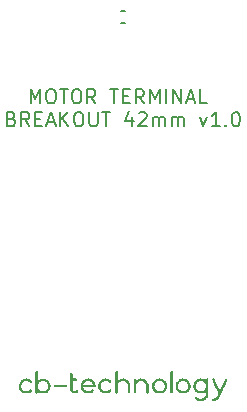
<source format=gbr>
%TF.GenerationSoftware,KiCad,Pcbnew,(6.0.0)*%
%TF.CreationDate,2022-07-31T21:28:17+12:00*%
%TF.ProjectId,MOTOR_TERMINAL_BREAKOUT_42,4d4f544f-525f-4544-9552-4d494e414c5f,0A*%
%TF.SameCoordinates,Original*%
%TF.FileFunction,Legend,Top*%
%TF.FilePolarity,Positive*%
%FSLAX46Y46*%
G04 Gerber Fmt 4.6, Leading zero omitted, Abs format (unit mm)*
G04 Created by KiCad (PCBNEW (6.0.0)) date 2022-07-31 21:28:17*
%MOMM*%
%LPD*%
G01*
G04 APERTURE LIST*
%ADD10C,0.200000*%
%ADD11C,0.150000*%
G04 APERTURE END LIST*
D10*
X212171428Y-137576857D02*
X212171428Y-136376857D01*
X212571428Y-137234000D01*
X212971428Y-136376857D01*
X212971428Y-137576857D01*
X213771428Y-136376857D02*
X214000000Y-136376857D01*
X214114285Y-136434000D01*
X214228571Y-136548285D01*
X214285714Y-136776857D01*
X214285714Y-137176857D01*
X214228571Y-137405428D01*
X214114285Y-137519714D01*
X214000000Y-137576857D01*
X213771428Y-137576857D01*
X213657142Y-137519714D01*
X213542857Y-137405428D01*
X213485714Y-137176857D01*
X213485714Y-136776857D01*
X213542857Y-136548285D01*
X213657142Y-136434000D01*
X213771428Y-136376857D01*
X214628571Y-136376857D02*
X215314285Y-136376857D01*
X214971428Y-137576857D02*
X214971428Y-136376857D01*
X215942857Y-136376857D02*
X216171428Y-136376857D01*
X216285714Y-136434000D01*
X216400000Y-136548285D01*
X216457142Y-136776857D01*
X216457142Y-137176857D01*
X216400000Y-137405428D01*
X216285714Y-137519714D01*
X216171428Y-137576857D01*
X215942857Y-137576857D01*
X215828571Y-137519714D01*
X215714285Y-137405428D01*
X215657142Y-137176857D01*
X215657142Y-136776857D01*
X215714285Y-136548285D01*
X215828571Y-136434000D01*
X215942857Y-136376857D01*
X217657142Y-137576857D02*
X217257142Y-137005428D01*
X216971428Y-137576857D02*
X216971428Y-136376857D01*
X217428571Y-136376857D01*
X217542857Y-136434000D01*
X217600000Y-136491142D01*
X217657142Y-136605428D01*
X217657142Y-136776857D01*
X217600000Y-136891142D01*
X217542857Y-136948285D01*
X217428571Y-137005428D01*
X216971428Y-137005428D01*
X218914285Y-136376857D02*
X219600000Y-136376857D01*
X219257142Y-137576857D02*
X219257142Y-136376857D01*
X220000000Y-136948285D02*
X220400000Y-136948285D01*
X220571428Y-137576857D02*
X220000000Y-137576857D01*
X220000000Y-136376857D01*
X220571428Y-136376857D01*
X221771428Y-137576857D02*
X221371428Y-137005428D01*
X221085714Y-137576857D02*
X221085714Y-136376857D01*
X221542857Y-136376857D01*
X221657142Y-136434000D01*
X221714285Y-136491142D01*
X221771428Y-136605428D01*
X221771428Y-136776857D01*
X221714285Y-136891142D01*
X221657142Y-136948285D01*
X221542857Y-137005428D01*
X221085714Y-137005428D01*
X222285714Y-137576857D02*
X222285714Y-136376857D01*
X222685714Y-137234000D01*
X223085714Y-136376857D01*
X223085714Y-137576857D01*
X223657142Y-137576857D02*
X223657142Y-136376857D01*
X224228571Y-137576857D02*
X224228571Y-136376857D01*
X224914285Y-137576857D01*
X224914285Y-136376857D01*
X225428571Y-137234000D02*
X226000000Y-137234000D01*
X225314285Y-137576857D02*
X225714285Y-136376857D01*
X226114285Y-137576857D01*
X227085714Y-137576857D02*
X226514285Y-137576857D01*
X226514285Y-136376857D01*
X210571428Y-138880285D02*
X210742857Y-138937428D01*
X210800000Y-138994571D01*
X210857142Y-139108857D01*
X210857142Y-139280285D01*
X210800000Y-139394571D01*
X210742857Y-139451714D01*
X210628571Y-139508857D01*
X210171428Y-139508857D01*
X210171428Y-138308857D01*
X210571428Y-138308857D01*
X210685714Y-138366000D01*
X210742857Y-138423142D01*
X210800000Y-138537428D01*
X210800000Y-138651714D01*
X210742857Y-138766000D01*
X210685714Y-138823142D01*
X210571428Y-138880285D01*
X210171428Y-138880285D01*
X212057142Y-139508857D02*
X211657142Y-138937428D01*
X211371428Y-139508857D02*
X211371428Y-138308857D01*
X211828571Y-138308857D01*
X211942857Y-138366000D01*
X212000000Y-138423142D01*
X212057142Y-138537428D01*
X212057142Y-138708857D01*
X212000000Y-138823142D01*
X211942857Y-138880285D01*
X211828571Y-138937428D01*
X211371428Y-138937428D01*
X212571428Y-138880285D02*
X212971428Y-138880285D01*
X213142857Y-139508857D02*
X212571428Y-139508857D01*
X212571428Y-138308857D01*
X213142857Y-138308857D01*
X213600000Y-139166000D02*
X214171428Y-139166000D01*
X213485714Y-139508857D02*
X213885714Y-138308857D01*
X214285714Y-139508857D01*
X214685714Y-139508857D02*
X214685714Y-138308857D01*
X215371428Y-139508857D02*
X214857142Y-138823142D01*
X215371428Y-138308857D02*
X214685714Y-138994571D01*
X216114285Y-138308857D02*
X216342857Y-138308857D01*
X216457142Y-138366000D01*
X216571428Y-138480285D01*
X216628571Y-138708857D01*
X216628571Y-139108857D01*
X216571428Y-139337428D01*
X216457142Y-139451714D01*
X216342857Y-139508857D01*
X216114285Y-139508857D01*
X216000000Y-139451714D01*
X215885714Y-139337428D01*
X215828571Y-139108857D01*
X215828571Y-138708857D01*
X215885714Y-138480285D01*
X216000000Y-138366000D01*
X216114285Y-138308857D01*
X217142857Y-138308857D02*
X217142857Y-139280285D01*
X217200000Y-139394571D01*
X217257142Y-139451714D01*
X217371428Y-139508857D01*
X217600000Y-139508857D01*
X217714285Y-139451714D01*
X217771428Y-139394571D01*
X217828571Y-139280285D01*
X217828571Y-138308857D01*
X218228571Y-138308857D02*
X218914285Y-138308857D01*
X218571428Y-139508857D02*
X218571428Y-138308857D01*
X220742857Y-138708857D02*
X220742857Y-139508857D01*
X220457142Y-138251714D02*
X220171428Y-139108857D01*
X220914285Y-139108857D01*
X221314285Y-138423142D02*
X221371428Y-138366000D01*
X221485714Y-138308857D01*
X221771428Y-138308857D01*
X221885714Y-138366000D01*
X221942857Y-138423142D01*
X222000000Y-138537428D01*
X222000000Y-138651714D01*
X221942857Y-138823142D01*
X221257142Y-139508857D01*
X222000000Y-139508857D01*
X222514285Y-139508857D02*
X222514285Y-138708857D01*
X222514285Y-138823142D02*
X222571428Y-138766000D01*
X222685714Y-138708857D01*
X222857142Y-138708857D01*
X222971428Y-138766000D01*
X223028571Y-138880285D01*
X223028571Y-139508857D01*
X223028571Y-138880285D02*
X223085714Y-138766000D01*
X223200000Y-138708857D01*
X223371428Y-138708857D01*
X223485714Y-138766000D01*
X223542857Y-138880285D01*
X223542857Y-139508857D01*
X224114285Y-139508857D02*
X224114285Y-138708857D01*
X224114285Y-138823142D02*
X224171428Y-138766000D01*
X224285714Y-138708857D01*
X224457142Y-138708857D01*
X224571428Y-138766000D01*
X224628571Y-138880285D01*
X224628571Y-139508857D01*
X224628571Y-138880285D02*
X224685714Y-138766000D01*
X224800000Y-138708857D01*
X224971428Y-138708857D01*
X225085714Y-138766000D01*
X225142857Y-138880285D01*
X225142857Y-139508857D01*
X226514285Y-138708857D02*
X226800000Y-139508857D01*
X227085714Y-138708857D01*
X228171428Y-139508857D02*
X227485714Y-139508857D01*
X227828571Y-139508857D02*
X227828571Y-138308857D01*
X227714285Y-138480285D01*
X227600000Y-138594571D01*
X227485714Y-138651714D01*
X228685714Y-139394571D02*
X228742857Y-139451714D01*
X228685714Y-139508857D01*
X228628571Y-139451714D01*
X228685714Y-139394571D01*
X228685714Y-139508857D01*
X229485714Y-138308857D02*
X229600000Y-138308857D01*
X229714285Y-138366000D01*
X229771428Y-138423142D01*
X229828571Y-138537428D01*
X229885714Y-138766000D01*
X229885714Y-139051714D01*
X229828571Y-139280285D01*
X229771428Y-139394571D01*
X229714285Y-139451714D01*
X229600000Y-139508857D01*
X229485714Y-139508857D01*
X229371428Y-139451714D01*
X229314285Y-139394571D01*
X229257142Y-139280285D01*
X229200000Y-139051714D01*
X229200000Y-138766000D01*
X229257142Y-138537428D01*
X229314285Y-138423142D01*
X229371428Y-138366000D01*
X229485714Y-138308857D01*
%TO.C,G\u002A\u002A\u002A*%
G36*
X214764438Y-161400269D02*
G01*
X214838505Y-161400311D01*
X214902417Y-161400404D01*
X214956979Y-161400566D01*
X215002997Y-161400816D01*
X215041275Y-161401171D01*
X215072618Y-161401650D01*
X215097831Y-161402272D01*
X215117720Y-161403055D01*
X215133089Y-161404018D01*
X215144743Y-161405178D01*
X215153487Y-161406554D01*
X215160127Y-161408165D01*
X215165466Y-161410028D01*
X215168728Y-161411432D01*
X215193042Y-161428209D01*
X215212942Y-161452729D01*
X215225485Y-161481061D01*
X215227372Y-161489715D01*
X215226602Y-161518824D01*
X215216492Y-161548034D01*
X215198938Y-161573967D01*
X215175839Y-161593245D01*
X215166640Y-161597859D01*
X215157022Y-161599421D01*
X215136757Y-161600827D01*
X215106945Y-161602076D01*
X215068686Y-161603170D01*
X215023083Y-161604108D01*
X214971235Y-161604890D01*
X214914245Y-161605518D01*
X214853212Y-161605991D01*
X214789239Y-161606309D01*
X214723426Y-161606473D01*
X214656875Y-161606483D01*
X214590685Y-161606340D01*
X214525959Y-161606043D01*
X214463798Y-161605593D01*
X214405302Y-161604991D01*
X214351572Y-161604236D01*
X214303710Y-161603328D01*
X214262816Y-161602269D01*
X214229992Y-161601058D01*
X214206339Y-161599696D01*
X214192957Y-161598182D01*
X214190884Y-161597609D01*
X214166786Y-161581290D01*
X214147423Y-161557152D01*
X214134709Y-161528671D01*
X214130561Y-161499324D01*
X214131450Y-161489715D01*
X214141212Y-161461005D01*
X214159214Y-161434929D01*
X214182513Y-161415418D01*
X214190094Y-161411432D01*
X214195013Y-161409389D01*
X214200690Y-161407610D01*
X214207931Y-161406078D01*
X214217540Y-161404775D01*
X214230324Y-161403681D01*
X214247086Y-161402780D01*
X214268631Y-161402052D01*
X214295765Y-161401478D01*
X214329293Y-161401042D01*
X214370020Y-161400723D01*
X214418750Y-161400504D01*
X214476288Y-161400367D01*
X214543441Y-161400292D01*
X214621012Y-161400263D01*
X214679411Y-161400259D01*
X214764438Y-161400269D01*
G37*
G36*
X218580782Y-160869283D02*
G01*
X218660529Y-160881345D01*
X218737717Y-160902956D01*
X218811065Y-160933903D01*
X218879291Y-160973975D01*
X218941116Y-161022960D01*
X218953924Y-161035101D01*
X218975882Y-161058030D01*
X218990033Y-161076617D01*
X218998162Y-161093336D01*
X218999762Y-161098617D01*
X219003476Y-161132849D01*
X218996893Y-161164035D01*
X218981288Y-161190496D01*
X218957934Y-161210554D01*
X218928107Y-161222532D01*
X218903612Y-161225210D01*
X218885389Y-161224449D01*
X218869959Y-161221309D01*
X218854721Y-161214504D01*
X218837073Y-161202751D01*
X218814415Y-161184762D01*
X218803810Y-161175907D01*
X218743981Y-161133163D01*
X218678223Y-161100576D01*
X218641176Y-161087494D01*
X218604798Y-161079471D01*
X218561178Y-161074776D01*
X218514373Y-161073457D01*
X218468437Y-161075562D01*
X218427428Y-161081141D01*
X218411764Y-161084769D01*
X218347668Y-161108147D01*
X218287699Y-161141762D01*
X218233330Y-161184393D01*
X218186029Y-161234817D01*
X218147268Y-161291812D01*
X218135197Y-161314706D01*
X218116390Y-161358201D01*
X218103887Y-161400121D01*
X218096802Y-161444543D01*
X218094250Y-161495540D01*
X218094204Y-161503471D01*
X218098421Y-161573099D01*
X218111702Y-161636111D01*
X218134697Y-161694084D01*
X218168055Y-161748594D01*
X218212427Y-161801216D01*
X218220352Y-161809325D01*
X218245848Y-161834194D01*
X218267078Y-161852668D01*
X218287446Y-161867273D01*
X218310357Y-161880535D01*
X218329411Y-161890213D01*
X218395546Y-161916478D01*
X218463540Y-161931696D01*
X218532145Y-161935961D01*
X218600114Y-161929368D01*
X218666199Y-161912011D01*
X218729153Y-161883985D01*
X218772625Y-161856692D01*
X218792119Y-161842134D01*
X218809160Y-161828322D01*
X218820217Y-161818125D01*
X218820588Y-161817719D01*
X218846053Y-161797673D01*
X218877114Y-161785910D01*
X218910463Y-161783028D01*
X218942791Y-161789623D01*
X218952582Y-161793935D01*
X218976963Y-161812511D01*
X218993823Y-161837974D01*
X219002535Y-161867682D01*
X219002473Y-161898988D01*
X218993011Y-161929248D01*
X218987071Y-161939546D01*
X218966364Y-161964431D01*
X218936560Y-161991466D01*
X218899782Y-162019261D01*
X218858153Y-162046424D01*
X218813794Y-162071567D01*
X218768829Y-162093299D01*
X218727524Y-162109506D01*
X218668568Y-162125426D01*
X218603001Y-162135943D01*
X218534804Y-162140770D01*
X218467957Y-162139621D01*
X218407847Y-162132467D01*
X218337745Y-162115275D01*
X218268628Y-162088931D01*
X218234108Y-162072340D01*
X218188315Y-162046640D01*
X218146634Y-162017949D01*
X218105992Y-161983897D01*
X218063315Y-161942110D01*
X218057680Y-161936221D01*
X218003589Y-161872311D01*
X217960372Y-161805349D01*
X217927246Y-161733850D01*
X217903425Y-161656326D01*
X217898721Y-161635294D01*
X217892739Y-161594899D01*
X217889515Y-161547084D01*
X217888966Y-161495370D01*
X217891006Y-161443275D01*
X217895551Y-161394319D01*
X217902517Y-161352023D01*
X217905833Y-161338236D01*
X217920022Y-161294805D01*
X217939785Y-161247054D01*
X217963005Y-161199568D01*
X217987565Y-161156928D01*
X217994491Y-161146338D01*
X218029087Y-161101587D01*
X218071912Y-161056360D01*
X218120222Y-161012972D01*
X218171272Y-160973737D01*
X218222318Y-160940973D01*
X218261820Y-160920748D01*
X218338994Y-160892501D01*
X218418733Y-160874649D01*
X218499756Y-160866980D01*
X218580782Y-160869283D01*
G37*
G36*
X225963312Y-161331314D02*
G01*
X225990617Y-161251928D01*
X226028423Y-161177451D01*
X226076485Y-161108352D01*
X226134560Y-161045098D01*
X226202406Y-160988158D01*
X226212803Y-160980622D01*
X226282865Y-160937729D01*
X226357483Y-160904925D01*
X226435422Y-160882183D01*
X226515444Y-160869477D01*
X226596315Y-160866779D01*
X226676798Y-160874062D01*
X226755659Y-160891300D01*
X226831660Y-160918466D01*
X226903566Y-160955533D01*
X226963235Y-160996921D01*
X227011764Y-161035324D01*
X227011764Y-160991002D01*
X227013589Y-160956179D01*
X227019808Y-160929617D01*
X227031537Y-160908279D01*
X227048875Y-160890012D01*
X227076387Y-160873262D01*
X227107970Y-160866124D01*
X227140005Y-160869338D01*
X227144064Y-160870571D01*
X227169074Y-160883921D01*
X227191431Y-160904854D01*
X227207490Y-160929566D01*
X227211773Y-160941209D01*
X227212893Y-160950087D01*
X227213863Y-160968019D01*
X227214685Y-160995272D01*
X227215360Y-161032114D01*
X227215891Y-161078810D01*
X227216278Y-161135628D01*
X227216524Y-161202834D01*
X227216631Y-161280697D01*
X227216600Y-161369483D01*
X227216433Y-161469459D01*
X227216131Y-161580891D01*
X227216074Y-161598604D01*
X227215752Y-161701015D01*
X227215462Y-161792390D01*
X227215165Y-161873458D01*
X227214822Y-161944948D01*
X227214392Y-162007587D01*
X227213837Y-162062105D01*
X227213117Y-162109230D01*
X227212192Y-162149691D01*
X227211022Y-162184215D01*
X227209568Y-162213533D01*
X227207791Y-162238373D01*
X227205650Y-162259462D01*
X227203105Y-162277530D01*
X227200119Y-162293306D01*
X227196649Y-162307517D01*
X227192658Y-162320893D01*
X227188105Y-162334162D01*
X227182951Y-162348053D01*
X227177156Y-162363294D01*
X227174031Y-162371584D01*
X227144004Y-162437840D01*
X227104485Y-162500858D01*
X227054521Y-162562073D01*
X227032352Y-162585410D01*
X226992160Y-162624236D01*
X226954953Y-162655569D01*
X226917383Y-162681832D01*
X226876099Y-162705443D01*
X226844838Y-162720917D01*
X226806023Y-162738312D01*
X226771177Y-162751452D01*
X226737395Y-162760947D01*
X226701774Y-162767406D01*
X226661408Y-162771440D01*
X226613394Y-162773657D01*
X226591176Y-162774176D01*
X226544119Y-162774649D01*
X226506985Y-162774037D01*
X226477973Y-162772259D01*
X226455284Y-162769236D01*
X226447976Y-162767750D01*
X226364023Y-162743738D01*
X226287606Y-162711107D01*
X226217819Y-162669433D01*
X226183781Y-162643993D01*
X226153878Y-162619297D01*
X226132313Y-162599287D01*
X226117763Y-162581936D01*
X226108905Y-162565216D01*
X226104419Y-162547098D01*
X226102980Y-162525553D01*
X226102941Y-162520007D01*
X226104958Y-162488733D01*
X226112093Y-162465803D01*
X226125971Y-162448331D01*
X226148214Y-162433428D01*
X226153061Y-162430883D01*
X226182793Y-162419996D01*
X226211448Y-162419005D01*
X226240538Y-162428238D01*
X226271572Y-162448026D01*
X226285889Y-162459861D01*
X226331807Y-162496371D01*
X226377176Y-162524329D01*
X226425863Y-162546086D01*
X226430669Y-162547867D01*
X226495087Y-162565383D01*
X226562450Y-162572629D01*
X226630505Y-162569750D01*
X226697001Y-162556892D01*
X226759684Y-162534199D01*
X226777221Y-162525593D01*
X226835120Y-162488793D01*
X226886860Y-162442825D01*
X226931242Y-162389191D01*
X226967065Y-162329390D01*
X226993131Y-162264924D01*
X226997509Y-162250000D01*
X227000238Y-162235333D01*
X227002880Y-162212728D01*
X227005351Y-162184151D01*
X227007570Y-162151568D01*
X227009452Y-162116946D01*
X227010916Y-162082250D01*
X227011878Y-162049447D01*
X227012255Y-162020501D01*
X227011965Y-161997379D01*
X227010925Y-161982047D01*
X227009051Y-161976471D01*
X227009042Y-161976471D01*
X227002784Y-161980069D01*
X226990512Y-161989479D01*
X226975676Y-162001982D01*
X226927634Y-162038258D01*
X226871156Y-162071207D01*
X226809445Y-162099221D01*
X226745706Y-162120690D01*
X226732352Y-162124219D01*
X226694554Y-162131460D01*
X226649103Y-162136668D01*
X226599965Y-162139663D01*
X226551107Y-162140265D01*
X226506494Y-162138293D01*
X226481875Y-162135580D01*
X226399393Y-162117822D01*
X226321367Y-162089279D01*
X226247631Y-162049863D01*
X226178019Y-161999486D01*
X226114409Y-161940200D01*
X226058887Y-161875036D01*
X226014418Y-161806664D01*
X225980715Y-161734359D01*
X225957491Y-161657396D01*
X225944458Y-161575050D01*
X225941176Y-161502942D01*
X225941210Y-161502412D01*
X226147160Y-161502412D01*
X226150080Y-161561746D01*
X226159066Y-161614053D01*
X226174788Y-161662760D01*
X226181720Y-161678960D01*
X226216422Y-161741714D01*
X226259954Y-161797245D01*
X226311369Y-161844756D01*
X226369720Y-161883450D01*
X226434060Y-161912529D01*
X226473529Y-161924619D01*
X226514385Y-161931667D01*
X226561980Y-161934427D01*
X226612160Y-161933061D01*
X226660774Y-161927733D01*
X226703669Y-161918605D01*
X226714705Y-161915182D01*
X226777137Y-161888035D01*
X226834935Y-161850390D01*
X226888654Y-161801886D01*
X226889452Y-161801052D01*
X226934859Y-161746228D01*
X226969220Y-161688004D01*
X226993019Y-161625324D01*
X227006737Y-161557131D01*
X227008507Y-161540666D01*
X227009010Y-161473121D01*
X226998657Y-161406908D01*
X226978251Y-161343284D01*
X226948597Y-161283507D01*
X226910497Y-161228834D01*
X226864757Y-161180523D01*
X226812179Y-161139832D01*
X226753568Y-161108017D01*
X226724717Y-161096680D01*
X226655592Y-161078608D01*
X226586162Y-161071879D01*
X226517565Y-161076162D01*
X226450939Y-161091124D01*
X226387420Y-161116433D01*
X226328147Y-161151756D01*
X226274257Y-161196760D01*
X226235775Y-161239526D01*
X226197449Y-161296923D01*
X226169956Y-161358748D01*
X226153224Y-161425209D01*
X226147184Y-161496517D01*
X226147160Y-161502412D01*
X225941210Y-161502412D01*
X225946751Y-161415141D01*
X225963312Y-161331314D01*
G37*
G36*
X211923464Y-160875761D02*
G01*
X212007844Y-160896282D01*
X212037091Y-160906136D01*
X212076834Y-160922740D01*
X212117932Y-160943842D01*
X212158469Y-160968091D01*
X212196531Y-160994137D01*
X212230202Y-161020632D01*
X212257568Y-161046223D01*
X212276715Y-161069562D01*
X212282094Y-161078879D01*
X212292124Y-161111123D01*
X212291937Y-161142429D01*
X212282818Y-161171121D01*
X212266049Y-161195523D01*
X212242914Y-161213959D01*
X212214698Y-161224754D01*
X212182682Y-161226231D01*
X212170777Y-161224227D01*
X212158855Y-161221299D01*
X212148844Y-161217694D01*
X212138553Y-161212008D01*
X212125790Y-161202836D01*
X212108366Y-161188775D01*
X212085317Y-161169456D01*
X212035439Y-161133700D01*
X211979648Y-161104559D01*
X211923529Y-161084693D01*
X211890790Y-161078568D01*
X211850705Y-161075006D01*
X211807303Y-161074019D01*
X211764612Y-161075617D01*
X211726662Y-161079811D01*
X211705882Y-161084083D01*
X211640458Y-161107320D01*
X211579693Y-161140790D01*
X211524831Y-161183469D01*
X211477115Y-161234331D01*
X211437790Y-161292351D01*
X211425969Y-161314706D01*
X211404258Y-161365479D01*
X211390516Y-161414856D01*
X211383973Y-161466710D01*
X211383860Y-161524918D01*
X211383932Y-161526471D01*
X211391422Y-161594261D01*
X211407612Y-161655311D01*
X211433296Y-161711414D01*
X211469268Y-161764367D01*
X211508823Y-161808536D01*
X211560102Y-161854035D01*
X211613242Y-161888564D01*
X211669974Y-161912883D01*
X211732032Y-161927751D01*
X211794117Y-161933690D01*
X211839852Y-161934229D01*
X211877823Y-161931694D01*
X211905882Y-161927138D01*
X211950784Y-161913931D01*
X211998599Y-161893278D01*
X212045301Y-161867235D01*
X212086866Y-161837857D01*
X212096428Y-161829844D01*
X212124801Y-161806938D01*
X212148907Y-161792275D01*
X212171528Y-161784683D01*
X212195448Y-161782985D01*
X212205816Y-161783676D01*
X212238106Y-161792111D01*
X212264083Y-161810124D01*
X212282552Y-161836878D01*
X212282909Y-161837654D01*
X212292249Y-161866067D01*
X212293360Y-161893318D01*
X212285746Y-161920219D01*
X212268915Y-161947583D01*
X212242372Y-161976222D01*
X212205622Y-162006946D01*
X212160283Y-162039157D01*
X212094653Y-162077089D01*
X212023167Y-162107530D01*
X211967647Y-162124436D01*
X211933994Y-162130759D01*
X211892205Y-162135402D01*
X211845806Y-162138254D01*
X211798320Y-162139208D01*
X211753271Y-162138154D01*
X211714183Y-162134984D01*
X211698948Y-162132745D01*
X211617737Y-162112488D01*
X211540106Y-162081202D01*
X211466724Y-162039256D01*
X211398261Y-161987018D01*
X211349255Y-161939948D01*
X211293522Y-161873474D01*
X211248875Y-161803486D01*
X211215151Y-161729541D01*
X211192188Y-161651199D01*
X211179825Y-161568018D01*
X211177899Y-161479558D01*
X211178111Y-161474100D01*
X211185628Y-161393499D01*
X211201470Y-161319754D01*
X211226258Y-161250831D01*
X211260614Y-161184693D01*
X211272092Y-161166303D01*
X211324663Y-161095247D01*
X211384169Y-161033210D01*
X211449758Y-160980481D01*
X211520582Y-160937349D01*
X211595790Y-160904103D01*
X211674532Y-160881032D01*
X211755959Y-160868425D01*
X211839219Y-160866572D01*
X211923464Y-160875761D01*
G37*
G36*
X227671680Y-160868686D02*
G01*
X227699179Y-160878703D01*
X227723489Y-160898057D01*
X227730511Y-160906654D01*
X227735059Y-160914860D01*
X227744086Y-160932986D01*
X227757220Y-160960233D01*
X227774089Y-160995804D01*
X227794320Y-161038900D01*
X227817542Y-161088722D01*
X227843382Y-161144474D01*
X227871469Y-161205356D01*
X227901430Y-161270570D01*
X227932894Y-161339318D01*
X227964587Y-161408824D01*
X227996861Y-161479720D01*
X228027732Y-161547513D01*
X228056855Y-161611442D01*
X228083882Y-161670750D01*
X228108467Y-161724678D01*
X228130266Y-161772467D01*
X228148931Y-161813358D01*
X228164117Y-161846594D01*
X228175478Y-161871415D01*
X228182667Y-161887063D01*
X228185339Y-161892779D01*
X228185344Y-161892788D01*
X228187902Y-161887797D01*
X228194985Y-161872843D01*
X228206252Y-161848672D01*
X228221359Y-161816033D01*
X228239963Y-161775670D01*
X228261721Y-161728332D01*
X228286289Y-161674763D01*
X228313325Y-161615713D01*
X228342485Y-161551926D01*
X228373426Y-161484150D01*
X228405805Y-161413131D01*
X228409454Y-161405123D01*
X228450647Y-161314836D01*
X228487289Y-161234824D01*
X228519606Y-161164611D01*
X228547825Y-161103721D01*
X228572171Y-161051677D01*
X228592872Y-161008003D01*
X228610154Y-160972224D01*
X228624243Y-160943863D01*
X228635367Y-160922444D01*
X228643750Y-160907491D01*
X228649620Y-160898528D01*
X228651428Y-160896397D01*
X228678295Y-160876775D01*
X228708861Y-160867431D01*
X228740696Y-160868607D01*
X228771367Y-160880544D01*
X228776742Y-160883967D01*
X228800178Y-160903258D01*
X228813895Y-160924131D01*
X228819773Y-160950148D01*
X228820356Y-160966608D01*
X228820210Y-160972049D01*
X228819676Y-160977825D01*
X228818511Y-160984498D01*
X228816469Y-160992633D01*
X228813305Y-161002792D01*
X228808774Y-161015538D01*
X228802631Y-161031435D01*
X228794630Y-161051047D01*
X228784528Y-161074936D01*
X228772078Y-161103666D01*
X228757037Y-161137801D01*
X228739158Y-161177903D01*
X228718196Y-161224536D01*
X228693908Y-161278263D01*
X228666046Y-161339648D01*
X228634368Y-161409254D01*
X228598627Y-161487643D01*
X228558578Y-161575381D01*
X228513977Y-161673029D01*
X228494937Y-161714706D01*
X228455060Y-161801902D01*
X228416239Y-161886623D01*
X228378784Y-161968201D01*
X228343005Y-162045967D01*
X228309212Y-162119253D01*
X228277714Y-162187391D01*
X228248823Y-162249711D01*
X228222848Y-162305545D01*
X228200100Y-162354225D01*
X228180888Y-162395082D01*
X228165523Y-162427446D01*
X228154314Y-162450651D01*
X228147573Y-162464026D01*
X228146427Y-162466091D01*
X228099659Y-162534675D01*
X228044818Y-162596076D01*
X227983032Y-162649628D01*
X227915433Y-162694664D01*
X227843152Y-162730515D01*
X227767320Y-162756516D01*
X227689066Y-162771999D01*
X227620483Y-162776394D01*
X227592644Y-162776147D01*
X227573500Y-162774952D01*
X227559989Y-162772260D01*
X227549048Y-162767520D01*
X227540229Y-162761980D01*
X227516818Y-162739546D01*
X227501858Y-162711381D01*
X227495888Y-162680226D01*
X227499448Y-162648816D01*
X227512418Y-162620840D01*
X227527032Y-162603438D01*
X227544947Y-162590626D01*
X227568409Y-162581451D01*
X227599667Y-162574962D01*
X227629411Y-162571303D01*
X227675467Y-162565475D01*
X227714016Y-162557509D01*
X227749280Y-162546199D01*
X227785480Y-162530342D01*
X227801709Y-162522176D01*
X227840208Y-162498430D01*
X227879751Y-162467436D01*
X227916719Y-162432430D01*
X227947488Y-162396648D01*
X227956683Y-162383700D01*
X227964794Y-162369938D01*
X227976073Y-162348696D01*
X227989604Y-162321920D01*
X228004470Y-162291556D01*
X228019756Y-162259550D01*
X228034546Y-162227846D01*
X228047925Y-162198391D01*
X228058976Y-162173129D01*
X228066784Y-162154006D01*
X228070433Y-162142968D01*
X228070588Y-162141724D01*
X228068191Y-162135638D01*
X228061214Y-162119560D01*
X228049974Y-162094194D01*
X228034790Y-162060245D01*
X228015980Y-162018416D01*
X227993862Y-161969411D01*
X227968755Y-161913935D01*
X227940977Y-161852692D01*
X227910845Y-161786386D01*
X227878679Y-161715721D01*
X227844796Y-161641402D01*
X227810501Y-161566289D01*
X227768853Y-161475097D01*
X227731851Y-161393971D01*
X227699224Y-161322291D01*
X227670704Y-161259434D01*
X227646020Y-161204778D01*
X227624903Y-161157703D01*
X227607081Y-161117585D01*
X227592287Y-161083803D01*
X227580249Y-161055737D01*
X227570697Y-161032762D01*
X227563363Y-161014259D01*
X227557976Y-160999606D01*
X227554265Y-160988179D01*
X227551962Y-160979359D01*
X227550796Y-160972523D01*
X227550497Y-160967311D01*
X227555590Y-160935309D01*
X227569362Y-160908644D01*
X227589835Y-160887983D01*
X227615031Y-160873992D01*
X227642972Y-160867338D01*
X227671680Y-160868686D01*
G37*
G36*
X215646540Y-160364163D02*
G01*
X215674615Y-160379725D01*
X215696148Y-160404827D01*
X215699982Y-160411731D01*
X215703060Y-160418307D01*
X215705551Y-160425571D01*
X215707517Y-160434772D01*
X215709019Y-160447161D01*
X215710119Y-160463987D01*
X215710880Y-160486500D01*
X215711363Y-160515950D01*
X215711630Y-160553588D01*
X215711743Y-160600663D01*
X215711764Y-160649766D01*
X215711764Y-160864706D01*
X215860294Y-160864835D01*
X215911077Y-160865041D01*
X215951592Y-160865731D01*
X215983334Y-160867163D01*
X216007798Y-160869594D01*
X216026478Y-160873281D01*
X216040869Y-160878481D01*
X216052466Y-160885451D01*
X216062762Y-160894449D01*
X216068725Y-160900695D01*
X216086001Y-160927542D01*
X216093520Y-160957745D01*
X216091709Y-160988769D01*
X216080994Y-161018075D01*
X216061800Y-161043128D01*
X216042422Y-161057416D01*
X216034876Y-161061406D01*
X216027144Y-161064497D01*
X216017684Y-161066804D01*
X216004956Y-161068441D01*
X215987420Y-161069523D01*
X215963534Y-161070164D01*
X215931757Y-161070478D01*
X215890550Y-161070581D01*
X215865164Y-161070589D01*
X215711342Y-161070589D01*
X215713024Y-161436765D01*
X215714705Y-161802942D01*
X215731118Y-161836363D01*
X215754443Y-161872663D01*
X215785896Y-161901943D01*
X215813398Y-161919040D01*
X215828394Y-161925827D01*
X215844431Y-161929879D01*
X215865186Y-161931823D01*
X215891176Y-161932289D01*
X215921260Y-161931490D01*
X215944608Y-161928156D01*
X215964961Y-161920922D01*
X215986062Y-161908420D01*
X216011653Y-161889285D01*
X216013966Y-161887459D01*
X216048080Y-161866193D01*
X216081830Y-161856594D01*
X216115019Y-161858680D01*
X216147449Y-161872469D01*
X216150835Y-161874618D01*
X216171622Y-161894835D01*
X216185472Y-161922017D01*
X216191266Y-161952901D01*
X216188126Y-161983332D01*
X216176840Y-162007165D01*
X216156097Y-162032654D01*
X216127784Y-162058341D01*
X216093789Y-162082770D01*
X216056002Y-162104486D01*
X216016310Y-162122033D01*
X216001646Y-162127136D01*
X215977853Y-162132392D01*
X215945973Y-162136179D01*
X215909599Y-162138397D01*
X215872329Y-162138948D01*
X215837758Y-162137732D01*
X215809482Y-162134651D01*
X215800000Y-162132688D01*
X215739899Y-162111636D01*
X215684182Y-162080947D01*
X215634064Y-162041901D01*
X215590759Y-161995776D01*
X215555485Y-161943853D01*
X215529455Y-161887410D01*
X215514675Y-161832347D01*
X215513341Y-161823157D01*
X215512148Y-161810965D01*
X215511091Y-161795132D01*
X215510159Y-161775023D01*
X215509347Y-161749999D01*
X215508646Y-161719424D01*
X215508048Y-161682660D01*
X215507547Y-161639070D01*
X215507133Y-161588017D01*
X215506801Y-161528864D01*
X215506541Y-161460973D01*
X215506347Y-161383708D01*
X215506210Y-161296430D01*
X215506124Y-161198504D01*
X215506087Y-161117609D01*
X215506105Y-161008712D01*
X215506227Y-160908059D01*
X215506449Y-160815995D01*
X215506769Y-160732869D01*
X215507184Y-160659027D01*
X215507691Y-160594818D01*
X215508288Y-160540587D01*
X215508971Y-160496684D01*
X215509738Y-160463454D01*
X215510586Y-160441245D01*
X215511513Y-160430406D01*
X215511648Y-160429816D01*
X215523067Y-160406618D01*
X215542056Y-160384460D01*
X215564887Y-160367652D01*
X215565884Y-160367122D01*
X215581104Y-160362273D01*
X215601920Y-160359284D01*
X215613048Y-160358824D01*
X215646540Y-160364163D01*
G37*
G36*
X224122034Y-160231153D02*
G01*
X224152302Y-160241739D01*
X224154221Y-160242834D01*
X224174615Y-160258663D01*
X224190956Y-160278178D01*
X224192710Y-160281107D01*
X224205882Y-160304543D01*
X224205882Y-162066614D01*
X224190922Y-162092140D01*
X224170084Y-162116796D01*
X224142685Y-162133334D01*
X224111417Y-162140909D01*
X224078968Y-162138673D01*
X224061473Y-162132903D01*
X224039051Y-162117732D01*
X224019767Y-162094863D01*
X224006943Y-162068361D01*
X224005960Y-162064997D01*
X224005008Y-162055869D01*
X224004160Y-162035889D01*
X224003416Y-162004978D01*
X224002774Y-161963054D01*
X224002236Y-161910038D01*
X224001800Y-161845848D01*
X224001466Y-161770405D01*
X224001234Y-161683628D01*
X224001102Y-161585437D01*
X224001072Y-161475750D01*
X224001142Y-161354488D01*
X224001311Y-161221570D01*
X224001394Y-161172617D01*
X224001610Y-161054148D01*
X224001824Y-160946876D01*
X224002041Y-160850233D01*
X224002271Y-160763650D01*
X224002519Y-160686562D01*
X224002794Y-160618398D01*
X224003104Y-160558593D01*
X224003456Y-160506577D01*
X224003857Y-160461783D01*
X224004315Y-160423644D01*
X224004838Y-160391591D01*
X224005433Y-160365056D01*
X224006108Y-160343472D01*
X224006870Y-160326270D01*
X224007727Y-160312884D01*
X224008687Y-160302745D01*
X224009756Y-160295285D01*
X224010944Y-160289937D01*
X224012256Y-160286132D01*
X224013229Y-160284128D01*
X224033531Y-160258068D01*
X224060119Y-160240059D01*
X224090463Y-160230840D01*
X224122034Y-160231153D01*
G37*
G36*
X221616839Y-160871767D02*
G01*
X221696880Y-160887628D01*
X221774399Y-160913837D01*
X221848182Y-160950437D01*
X221875192Y-160967212D01*
X221944633Y-161019750D01*
X222005990Y-161080196D01*
X222058602Y-161147598D01*
X222101808Y-161221002D01*
X222134945Y-161299453D01*
X222154948Y-161370510D01*
X222157621Y-161383235D01*
X222159877Y-161395725D01*
X222161752Y-161409071D01*
X222163283Y-161424363D01*
X222164504Y-161442692D01*
X222165452Y-161465148D01*
X222166163Y-161492821D01*
X222166674Y-161526802D01*
X222167020Y-161568180D01*
X222167237Y-161618046D01*
X222167361Y-161677490D01*
X222167429Y-161747603D01*
X222167429Y-161748011D01*
X222167647Y-162069550D01*
X222150000Y-162094461D01*
X222125219Y-162120804D01*
X222095991Y-162136464D01*
X222065686Y-162141177D01*
X222031392Y-162135724D01*
X222001891Y-162119832D01*
X221983491Y-162101112D01*
X221967647Y-162080350D01*
X221964305Y-161759293D01*
X221963558Y-161689320D01*
X221962862Y-161630053D01*
X221962171Y-161580432D01*
X221961439Y-161539400D01*
X221960619Y-161505898D01*
X221959666Y-161478866D01*
X221958533Y-161457247D01*
X221957173Y-161439982D01*
X221955541Y-161426012D01*
X221953591Y-161414278D01*
X221951276Y-161403722D01*
X221948550Y-161393284D01*
X221948293Y-161392350D01*
X221924355Y-161326894D01*
X221890604Y-161266459D01*
X221848143Y-161212147D01*
X221798071Y-161165061D01*
X221741489Y-161126304D01*
X221679497Y-161096978D01*
X221641176Y-161084639D01*
X221609063Y-161078622D01*
X221569436Y-161075093D01*
X221526208Y-161074049D01*
X221483290Y-161075488D01*
X221444593Y-161079408D01*
X221417647Y-161084769D01*
X221352288Y-161108499D01*
X221292007Y-161142363D01*
X221237719Y-161185488D01*
X221190343Y-161237003D01*
X221150797Y-161296037D01*
X221119998Y-161361716D01*
X221116724Y-161370589D01*
X221113794Y-161378974D01*
X221111304Y-161387120D01*
X221109211Y-161396041D01*
X221107466Y-161406749D01*
X221106026Y-161420256D01*
X221104844Y-161437576D01*
X221103874Y-161459721D01*
X221103070Y-161487704D01*
X221102386Y-161522537D01*
X221101778Y-161565233D01*
X221101198Y-161616806D01*
X221100601Y-161678266D01*
X221100045Y-161739209D01*
X221097058Y-162069594D01*
X221079411Y-162094483D01*
X221064658Y-162111649D01*
X221047900Y-162126091D01*
X221041268Y-162130274D01*
X221014419Y-162138940D01*
X220983821Y-162140279D01*
X220954976Y-162134233D01*
X220948115Y-162131284D01*
X220931714Y-162120121D01*
X220915779Y-162104641D01*
X220912821Y-162100995D01*
X220897058Y-162080331D01*
X220895412Y-161515166D01*
X220895211Y-161434382D01*
X220895083Y-161356774D01*
X220895027Y-161283174D01*
X220895039Y-161214408D01*
X220895119Y-161151306D01*
X220895262Y-161094697D01*
X220895468Y-161045411D01*
X220895733Y-161004275D01*
X220896056Y-160972120D01*
X220896434Y-160949774D01*
X220896865Y-160938066D01*
X220897032Y-160936617D01*
X220902786Y-160924621D01*
X220913847Y-160908847D01*
X220921371Y-160899908D01*
X220947328Y-160878930D01*
X220976850Y-160867912D01*
X221007613Y-160867030D01*
X221037294Y-160876460D01*
X221056658Y-160889706D01*
X221074921Y-160908540D01*
X221087078Y-160929013D01*
X221094653Y-160954567D01*
X221098833Y-160984973D01*
X221102941Y-161028175D01*
X221151469Y-160991636D01*
X221221199Y-160946263D01*
X221295678Y-160910993D01*
X221373693Y-160885868D01*
X221454033Y-160870928D01*
X221535486Y-160866214D01*
X221616839Y-160871767D01*
G37*
G36*
X212592139Y-160278190D02*
G01*
X212615052Y-160252196D01*
X212642360Y-160235885D01*
X212672002Y-160229108D01*
X212701914Y-160231717D01*
X212730034Y-160243560D01*
X212754300Y-160264489D01*
X212771235Y-160291177D01*
X212773484Y-160296621D01*
X212775401Y-160303068D01*
X212777013Y-160311445D01*
X212778347Y-160322680D01*
X212779429Y-160337704D01*
X212780285Y-160357443D01*
X212780944Y-160382827D01*
X212781431Y-160414784D01*
X212781774Y-160454243D01*
X212781998Y-160502131D01*
X212782132Y-160559379D01*
X212782202Y-160626913D01*
X212782223Y-160672059D01*
X212782324Y-160735692D01*
X212782569Y-160795701D01*
X212782946Y-160851074D01*
X212783439Y-160900802D01*
X212784034Y-160943874D01*
X212784718Y-160979280D01*
X212785476Y-161006008D01*
X212786295Y-161023050D01*
X212787160Y-161029394D01*
X212787209Y-161029412D01*
X212794182Y-161025514D01*
X212804633Y-161016022D01*
X212805641Y-161014962D01*
X212817033Y-161004773D01*
X212834851Y-160990932D01*
X212855610Y-160976121D01*
X212859649Y-160973385D01*
X212933324Y-160930826D01*
X213010893Y-160898907D01*
X213091241Y-160877636D01*
X213173256Y-160867024D01*
X213255823Y-160867080D01*
X213337827Y-160877815D01*
X213418155Y-160899238D01*
X213495692Y-160931359D01*
X213558721Y-160967178D01*
X213591105Y-160990756D01*
X213627088Y-161021286D01*
X213663750Y-161055927D01*
X213698172Y-161091839D01*
X213727434Y-161126180D01*
X213741206Y-161144715D01*
X213784551Y-161217603D01*
X213817352Y-161295188D01*
X213839355Y-161376463D01*
X213850305Y-161460420D01*
X213849948Y-161546051D01*
X213848064Y-161567591D01*
X213834169Y-161652990D01*
X213810733Y-161731871D01*
X213777305Y-161805184D01*
X213733432Y-161873878D01*
X213678662Y-161938904D01*
X213664841Y-161953077D01*
X213599297Y-162011436D01*
X213530371Y-162058617D01*
X213457540Y-162094852D01*
X213380281Y-162120376D01*
X213298070Y-162135420D01*
X213247058Y-162139474D01*
X213160013Y-162138664D01*
X213078854Y-162128056D01*
X213002480Y-162107316D01*
X212929786Y-162076110D01*
X212859670Y-162034102D01*
X212830882Y-162013277D01*
X212782352Y-161976389D01*
X212782223Y-162016136D01*
X212777860Y-162057136D01*
X212765368Y-162091017D01*
X212745211Y-162116946D01*
X212717855Y-162134094D01*
X212715793Y-162134903D01*
X212684697Y-162141019D01*
X212652535Y-162137696D01*
X212627117Y-162127265D01*
X212608960Y-162112795D01*
X212593004Y-162094528D01*
X212590382Y-162090530D01*
X212576530Y-162067647D01*
X212576511Y-161502942D01*
X212785668Y-161502942D01*
X212785832Y-161538400D01*
X212786586Y-161564988D01*
X212788266Y-161585599D01*
X212791212Y-161603125D01*
X212795760Y-161620459D01*
X212801488Y-161638236D01*
X212829602Y-161703887D01*
X212867150Y-161763239D01*
X212913197Y-161815422D01*
X212966810Y-161859565D01*
X213027057Y-161894799D01*
X213093002Y-161920254D01*
X213108823Y-161924619D01*
X213150639Y-161931808D01*
X213199147Y-161934484D01*
X213250246Y-161932819D01*
X213299834Y-161926984D01*
X213343811Y-161917150D01*
X213352360Y-161914455D01*
X213414778Y-161887541D01*
X213471352Y-161851341D01*
X213521341Y-161807067D01*
X213564001Y-161755931D01*
X213598590Y-161699146D01*
X213624365Y-161637924D01*
X213640584Y-161573478D01*
X213646505Y-161507018D01*
X213641742Y-161442010D01*
X213626805Y-161375527D01*
X213603328Y-161315799D01*
X213570318Y-161260903D01*
X213526780Y-161208917D01*
X213515061Y-161197059D01*
X213465056Y-161153274D01*
X213413945Y-161120036D01*
X213359321Y-161096196D01*
X213298777Y-161080610D01*
X213258184Y-161074695D01*
X213187383Y-161072559D01*
X213118654Y-161081793D01*
X213052977Y-161102057D01*
X212991331Y-161133006D01*
X212934697Y-161174298D01*
X212911175Y-161196095D01*
X212864500Y-161250254D01*
X212827018Y-161310139D01*
X212802063Y-161367647D01*
X212795619Y-161387080D01*
X212791122Y-161403941D01*
X212788227Y-161421101D01*
X212786584Y-161441426D01*
X212785847Y-161467785D01*
X212785668Y-161502942D01*
X212576511Y-161502942D01*
X212576470Y-160302355D01*
X212592139Y-160278190D01*
G37*
G36*
X222450779Y-161467215D02*
G01*
X222452021Y-161431567D01*
X222454543Y-161401993D01*
X222458539Y-161375665D01*
X222460744Y-161364706D01*
X222483366Y-161286900D01*
X222516654Y-161212334D01*
X222559696Y-161142147D01*
X222611582Y-161077479D01*
X222671402Y-161019469D01*
X222738244Y-160969257D01*
X222808823Y-160929131D01*
X222861256Y-160905961D01*
X222911585Y-160889112D01*
X222964409Y-160877295D01*
X223021545Y-160869507D01*
X223107625Y-160866252D01*
X223191832Y-160874433D01*
X223273376Y-160893773D01*
X223351464Y-160923991D01*
X223425307Y-160964810D01*
X223494113Y-161015951D01*
X223529610Y-161048463D01*
X223588944Y-161114416D01*
X223637367Y-161184762D01*
X223674910Y-161259566D01*
X223701602Y-161338892D01*
X223717474Y-161422805D01*
X223721390Y-161467018D01*
X223720842Y-161555077D01*
X223709115Y-161639576D01*
X223686326Y-161720206D01*
X223652593Y-161796658D01*
X223608036Y-161868621D01*
X223552772Y-161935785D01*
X223536168Y-161952918D01*
X223471335Y-162010639D01*
X223403242Y-162057386D01*
X223330922Y-162093727D01*
X223253408Y-162120225D01*
X223247758Y-162121728D01*
X223205431Y-162130236D01*
X223155814Y-162136137D01*
X223102770Y-162139285D01*
X223050164Y-162139536D01*
X223001858Y-162136745D01*
X222968560Y-162132160D01*
X222885973Y-162110738D01*
X222807893Y-162078926D01*
X222735162Y-162037505D01*
X222668618Y-161987256D01*
X222609103Y-161928961D01*
X222557457Y-161863399D01*
X222514520Y-161791351D01*
X222481133Y-161713599D01*
X222466264Y-161665406D01*
X222460370Y-161641726D01*
X222456191Y-161620333D01*
X222453424Y-161598236D01*
X222451764Y-161572445D01*
X222450907Y-161539970D01*
X222450679Y-161517402D01*
X222652382Y-161517402D01*
X222659607Y-161585065D01*
X222677826Y-161650740D01*
X222706886Y-161713485D01*
X222746636Y-161772365D01*
X222779411Y-161809428D01*
X222831093Y-161854769D01*
X222887761Y-161889995D01*
X222950750Y-161915847D01*
X222991176Y-161926947D01*
X223023337Y-161931746D01*
X223062984Y-161933719D01*
X223106223Y-161933025D01*
X223149160Y-161929823D01*
X223187902Y-161924274D01*
X223214705Y-161917803D01*
X223278234Y-161891815D01*
X223336942Y-161855657D01*
X223389657Y-161810345D01*
X223435204Y-161756895D01*
X223472408Y-161696324D01*
X223473733Y-161693712D01*
X223497836Y-161633213D01*
X223512158Y-161568136D01*
X223516612Y-161500573D01*
X223511109Y-161432616D01*
X223495560Y-161366356D01*
X223488444Y-161345840D01*
X223464226Y-161295512D01*
X223430601Y-161245935D01*
X223389801Y-161199559D01*
X223344060Y-161158836D01*
X223295611Y-161126215D01*
X223281314Y-161118591D01*
X223239769Y-161099539D01*
X223201785Y-161086494D01*
X223163298Y-161078531D01*
X223120239Y-161074726D01*
X223085294Y-161074043D01*
X223036988Y-161075466D01*
X222995962Y-161080371D01*
X222958007Y-161089710D01*
X222918913Y-161104436D01*
X222888235Y-161118646D01*
X222864283Y-161131210D01*
X222843531Y-161144429D01*
X222822998Y-161160569D01*
X222799705Y-161181892D01*
X222781681Y-161199596D01*
X222756741Y-161225096D01*
X222738292Y-161245827D01*
X222724052Y-161264855D01*
X222711739Y-161285252D01*
X222699072Y-161310084D01*
X222698212Y-161311863D01*
X222671532Y-161379862D01*
X222656306Y-161448688D01*
X222652382Y-161517402D01*
X222450679Y-161517402D01*
X222450622Y-161511765D01*
X222450779Y-161467215D01*
G37*
G36*
X224450587Y-161361910D02*
G01*
X224473777Y-161281808D01*
X224507865Y-161206111D01*
X224552816Y-161134917D01*
X224608590Y-161068320D01*
X224626973Y-161049696D01*
X224693426Y-160992637D01*
X224765117Y-160945901D01*
X224841293Y-160909684D01*
X224921199Y-160884186D01*
X225004080Y-160869604D01*
X225089181Y-160866138D01*
X225175749Y-160873985D01*
X225242845Y-160887840D01*
X225315684Y-160912439D01*
X225386039Y-160947527D01*
X225452603Y-160991889D01*
X225514068Y-161044307D01*
X225569126Y-161103566D01*
X225616468Y-161168448D01*
X225654787Y-161237739D01*
X225676579Y-161291177D01*
X225697189Y-161367223D01*
X225708417Y-161447727D01*
X225710248Y-161530030D01*
X225702667Y-161611472D01*
X225685659Y-161689394D01*
X225678884Y-161711185D01*
X225647921Y-161785736D01*
X225606784Y-161855949D01*
X225556590Y-161920788D01*
X225498459Y-161979217D01*
X225433507Y-162030200D01*
X225362854Y-162072699D01*
X225287616Y-162105679D01*
X225235993Y-162121728D01*
X225193666Y-162130236D01*
X225144049Y-162136137D01*
X225091006Y-162139285D01*
X225038399Y-162139536D01*
X224990093Y-162136745D01*
X224956795Y-162132160D01*
X224872819Y-162110537D01*
X224794067Y-162078375D01*
X224720567Y-162035689D01*
X224652349Y-161982495D01*
X224606072Y-161937221D01*
X224550995Y-161870707D01*
X224507031Y-161800765D01*
X224473890Y-161726700D01*
X224451279Y-161647818D01*
X224438907Y-161563426D01*
X224437054Y-161534952D01*
X224437853Y-161479653D01*
X224642840Y-161479653D01*
X224643850Y-161550116D01*
X224655153Y-161615691D01*
X224677122Y-161677819D01*
X224709804Y-161737434D01*
X224753777Y-161795067D01*
X224805043Y-161843552D01*
X224863140Y-161882561D01*
X224927604Y-161911770D01*
X224979411Y-161926947D01*
X225015303Y-161932286D01*
X225058368Y-161934126D01*
X225104609Y-161932663D01*
X225150031Y-161928097D01*
X225190639Y-161920626D01*
X225208823Y-161915563D01*
X225270903Y-161889987D01*
X225326853Y-161855138D01*
X225370750Y-161817647D01*
X225419325Y-161763027D01*
X225457168Y-161703746D01*
X225484134Y-161640170D01*
X225500079Y-161572662D01*
X225504861Y-161501586D01*
X225504091Y-161479519D01*
X225496341Y-161413958D01*
X225480530Y-161355074D01*
X225455747Y-161300862D01*
X225421078Y-161249317D01*
X225376675Y-161199498D01*
X225350291Y-161173708D01*
X225328590Y-161154574D01*
X225308591Y-161139826D01*
X225287316Y-161127193D01*
X225270588Y-161118646D01*
X225228140Y-161099528D01*
X225189813Y-161086471D01*
X225151397Y-161078524D01*
X225108682Y-161074733D01*
X225073529Y-161074043D01*
X225025223Y-161075466D01*
X224984197Y-161080371D01*
X224946242Y-161089710D01*
X224907148Y-161104436D01*
X224876470Y-161118646D01*
X224852622Y-161131139D01*
X224832079Y-161144201D01*
X224811860Y-161160104D01*
X224788987Y-161181118D01*
X224770383Y-161199498D01*
X224724936Y-161250652D01*
X224690321Y-161302544D01*
X224665663Y-161357094D01*
X224650089Y-161416221D01*
X224642840Y-161479653D01*
X224437853Y-161479653D01*
X224438334Y-161446323D01*
X224450587Y-161361910D01*
G37*
G36*
X219471565Y-160234913D02*
G01*
X219499239Y-160249974D01*
X219521848Y-160272432D01*
X219534919Y-160295971D01*
X219536446Y-160306158D01*
X219537759Y-160328077D01*
X219538859Y-160361731D01*
X219539746Y-160407127D01*
X219540420Y-160464268D01*
X219540881Y-160533159D01*
X219541129Y-160613806D01*
X219541176Y-160673980D01*
X219541176Y-161035430D01*
X219575000Y-161007879D01*
X219644411Y-160958699D01*
X219718653Y-160919782D01*
X219796627Y-160891245D01*
X219877234Y-160873201D01*
X219959375Y-160865767D01*
X220041949Y-160869059D01*
X220123858Y-160883192D01*
X220204003Y-160908282D01*
X220264273Y-160935373D01*
X220337516Y-160979506D01*
X220404020Y-161032757D01*
X220462944Y-161094092D01*
X220513448Y-161162475D01*
X220554692Y-161236869D01*
X220585835Y-161316241D01*
X220592977Y-161340477D01*
X220608415Y-161397059D01*
X220610402Y-161730996D01*
X220612390Y-162064933D01*
X220598905Y-162088926D01*
X220578530Y-162114351D01*
X220552105Y-162131563D01*
X220522127Y-162140135D01*
X220491092Y-162139639D01*
X220461495Y-162129648D01*
X220441871Y-162115785D01*
X220430300Y-162101978D01*
X220419180Y-162083851D01*
X220417000Y-162079412D01*
X220414560Y-162073489D01*
X220412513Y-162066509D01*
X220410824Y-162057449D01*
X220409458Y-162045282D01*
X220408381Y-162028984D01*
X220407557Y-162007530D01*
X220406953Y-161979894D01*
X220406532Y-161945052D01*
X220406261Y-161901978D01*
X220406105Y-161849647D01*
X220406029Y-161787035D01*
X220406011Y-161755492D01*
X220405934Y-161683250D01*
X220405719Y-161621672D01*
X220405291Y-161569660D01*
X220404574Y-161526114D01*
X220403495Y-161489934D01*
X220401977Y-161460020D01*
X220399945Y-161435273D01*
X220397324Y-161414594D01*
X220394038Y-161396882D01*
X220390014Y-161381039D01*
X220385174Y-161365964D01*
X220379445Y-161350558D01*
X220378075Y-161347059D01*
X220347425Y-161284518D01*
X220307960Y-161228673D01*
X220260823Y-161180218D01*
X220207156Y-161139848D01*
X220148102Y-161108257D01*
X220084803Y-161086138D01*
X220018400Y-161074185D01*
X219950037Y-161073093D01*
X219930143Y-161074891D01*
X219899851Y-161079230D01*
X219868707Y-161085107D01*
X219842116Y-161091464D01*
X219835294Y-161093476D01*
X219782084Y-161115798D01*
X219729989Y-161147909D01*
X219681137Y-161187878D01*
X219637659Y-161233773D01*
X219601687Y-161283664D01*
X219579742Y-161325158D01*
X219572546Y-161341518D01*
X219566420Y-161356210D01*
X219561267Y-161370312D01*
X219556990Y-161384904D01*
X219553493Y-161401064D01*
X219550679Y-161419870D01*
X219548452Y-161442401D01*
X219546714Y-161469736D01*
X219545369Y-161502953D01*
X219544320Y-161543131D01*
X219543472Y-161591349D01*
X219542726Y-161648685D01*
X219541987Y-161716217D01*
X219541628Y-161750443D01*
X219538235Y-162074415D01*
X219523630Y-162095718D01*
X219500584Y-162119787D01*
X219471813Y-162135201D01*
X219440006Y-162141172D01*
X219407854Y-162136910D01*
X219397058Y-162132873D01*
X219370775Y-162114893D01*
X219350281Y-162087439D01*
X219344398Y-162075109D01*
X219343149Y-162071171D01*
X219342018Y-162065257D01*
X219341000Y-162056806D01*
X219340089Y-162045259D01*
X219339279Y-162030058D01*
X219338565Y-162010643D01*
X219337941Y-161986455D01*
X219337402Y-161956934D01*
X219336941Y-161921522D01*
X219336554Y-161879660D01*
X219336234Y-161830787D01*
X219335977Y-161774346D01*
X219335775Y-161709776D01*
X219335625Y-161636518D01*
X219335519Y-161554014D01*
X219335453Y-161461704D01*
X219335420Y-161359028D01*
X219335416Y-161245429D01*
X219335423Y-161184013D01*
X219335445Y-161065744D01*
X219335479Y-160958666D01*
X219335533Y-160862208D01*
X219335612Y-160775794D01*
X219335725Y-160698852D01*
X219335878Y-160630809D01*
X219336079Y-160571092D01*
X219336334Y-160519128D01*
X219336650Y-160474343D01*
X219337035Y-160436164D01*
X219337495Y-160404019D01*
X219338038Y-160377333D01*
X219338671Y-160355535D01*
X219339401Y-160338050D01*
X219340234Y-160324305D01*
X219341179Y-160313728D01*
X219342241Y-160305745D01*
X219343428Y-160299783D01*
X219344747Y-160295269D01*
X219346205Y-160291629D01*
X219346412Y-160291177D01*
X219365647Y-160261020D01*
X219390955Y-160240929D01*
X219422512Y-160230790D01*
X219441851Y-160229412D01*
X219471565Y-160234913D01*
G37*
G36*
X216429620Y-161329412D02*
G01*
X216442711Y-161290417D01*
X216461358Y-161246567D01*
X216483517Y-161201993D01*
X216507148Y-161160822D01*
X216528640Y-161129226D01*
X216555475Y-161096998D01*
X216588261Y-161062374D01*
X216624019Y-161028167D01*
X216659768Y-160997193D01*
X216692530Y-160972264D01*
X216700484Y-160966930D01*
X216774509Y-160925889D01*
X216852613Y-160895424D01*
X216933602Y-160875593D01*
X217016281Y-160866458D01*
X217099457Y-160868076D01*
X217181933Y-160880508D01*
X217262516Y-160903813D01*
X217334862Y-160935373D01*
X217408385Y-160979469D01*
X217474466Y-161031958D01*
X217532504Y-161091926D01*
X217581899Y-161158458D01*
X217622050Y-161230638D01*
X217652358Y-161307551D01*
X217672221Y-161388283D01*
X217680620Y-161462421D01*
X217681949Y-161491529D01*
X217682122Y-161511795D01*
X217680804Y-161526113D01*
X217677658Y-161537380D01*
X217672350Y-161548488D01*
X217670175Y-161552418D01*
X217656911Y-161570690D01*
X217640580Y-161586433D01*
X217635518Y-161589997D01*
X217614705Y-161602942D01*
X216624363Y-161608824D01*
X216643204Y-161658824D01*
X216673271Y-161722312D01*
X216712857Y-161779490D01*
X216761035Y-161829461D01*
X216816879Y-161871333D01*
X216879465Y-161904209D01*
X216908823Y-161915567D01*
X216928721Y-161922134D01*
X216946053Y-161926682D01*
X216963804Y-161929584D01*
X216984957Y-161931213D01*
X217012498Y-161931943D01*
X217041176Y-161932132D01*
X217077303Y-161931962D01*
X217104687Y-161931027D01*
X217126339Y-161929014D01*
X217145272Y-161925608D01*
X217164498Y-161920494D01*
X217170588Y-161918638D01*
X217218883Y-161900433D01*
X217264500Y-161876123D01*
X217310667Y-161843871D01*
X217331533Y-161827070D01*
X217358746Y-161805935D01*
X217381404Y-161791484D01*
X217397878Y-161784753D01*
X217398082Y-161784714D01*
X217434111Y-161782873D01*
X217465964Y-161790726D01*
X217492181Y-161807161D01*
X217511307Y-161831064D01*
X217521883Y-161861321D01*
X217523529Y-161880574D01*
X217522066Y-161903797D01*
X217516647Y-161923199D01*
X217505725Y-161941640D01*
X217487752Y-161961978D01*
X217470557Y-161978497D01*
X217405354Y-162030908D01*
X217333404Y-162073858D01*
X217255500Y-162106915D01*
X217207093Y-162121598D01*
X217163829Y-162130294D01*
X217113319Y-162136266D01*
X217059471Y-162139370D01*
X217006191Y-162139460D01*
X216957387Y-162136390D01*
X216926601Y-162132028D01*
X216845222Y-162110787D01*
X216767503Y-162078746D01*
X216694386Y-162036551D01*
X216626812Y-161984847D01*
X216565723Y-161924281D01*
X216512060Y-161855498D01*
X216502451Y-161841044D01*
X216465364Y-161773274D01*
X216437181Y-161699318D01*
X216418154Y-161620965D01*
X216408539Y-161540005D01*
X216408592Y-161458228D01*
X216415779Y-161400000D01*
X216627941Y-161400000D01*
X217046323Y-161400000D01*
X217115310Y-161399973D01*
X217180749Y-161399893D01*
X217241705Y-161399765D01*
X217297246Y-161399594D01*
X217346437Y-161399384D01*
X217388345Y-161399140D01*
X217422036Y-161398866D01*
X217446575Y-161398567D01*
X217461030Y-161398247D01*
X217464705Y-161397980D01*
X217462946Y-161391795D01*
X217458377Y-161377782D01*
X217453206Y-161362537D01*
X217425342Y-161298843D01*
X217388378Y-161241585D01*
X217343434Y-161191451D01*
X217291626Y-161149128D01*
X217234073Y-161115304D01*
X217171892Y-161090664D01*
X217106202Y-161075897D01*
X217038119Y-161071689D01*
X216986747Y-161075793D01*
X216920853Y-161089684D01*
X216861220Y-161112288D01*
X216806041Y-161144525D01*
X216753508Y-161187318D01*
X216737532Y-161202816D01*
X216712473Y-161229237D01*
X216693590Y-161252610D01*
X216677815Y-161277168D01*
X216662482Y-161306323D01*
X216650576Y-161331627D01*
X216640517Y-161355063D01*
X216633654Y-161373378D01*
X216631568Y-161380883D01*
X216627941Y-161400000D01*
X216415779Y-161400000D01*
X216418566Y-161377423D01*
X216429620Y-161329412D01*
G37*
D11*
%TO.C,C1*%
X220140580Y-130760000D02*
X219859420Y-130760000D01*
X220140580Y-129740000D02*
X219859420Y-129740000D01*
%TD*%
M02*

</source>
